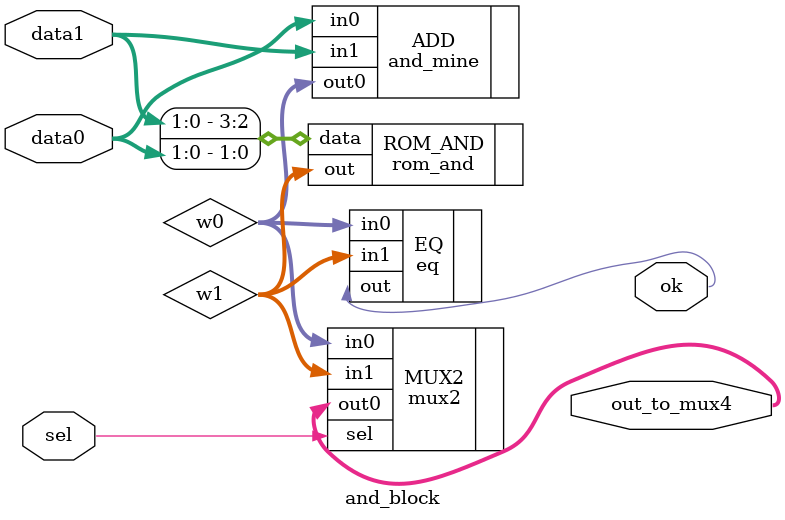
<source format=v>
module and_block(
    input [1:0] data0,
    input [1:0] data1,
    input sel,
    output ok,
    output [1:0] out_to_mux4
    );
    
    wire [1:0] w0;
    wire [1:0] w1;
    
    
    and_mine ADD(
    .in0(data0),
    .in1(data1),
    .out0(w0));
    
    rom_and ROM_AND(
    .data({data1, data0}),
    .out(w1));
    
    eq EQ(
    .in0(w0),
    .in1(w1),
    .out(ok));
    
    mux2 MUX2(
    .in0(w0),
    .in1(w1),
    .sel(sel),
    .out0(out_to_mux4));
endmodule
</source>
